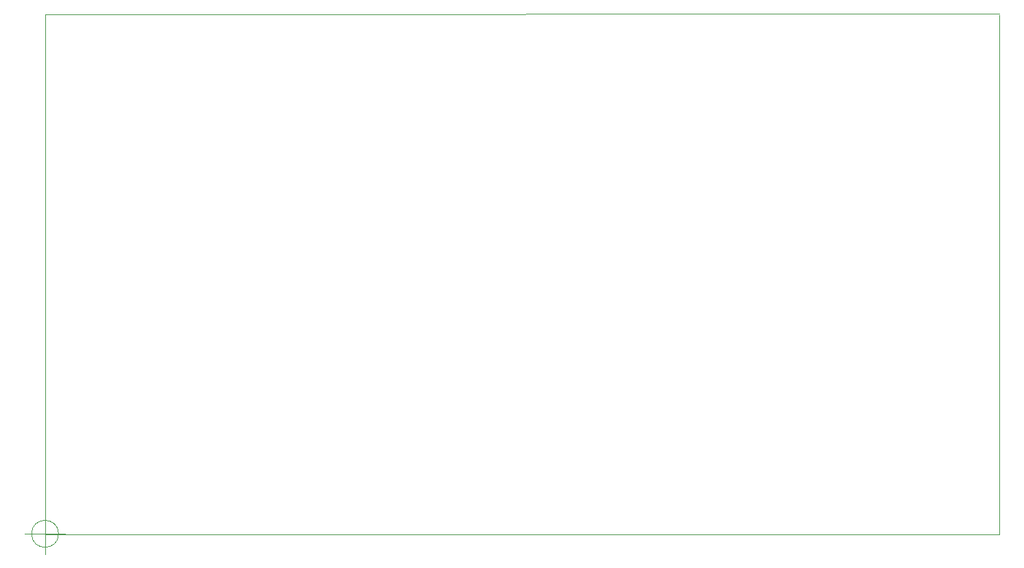
<source format=gbr>
%TF.GenerationSoftware,KiCad,Pcbnew,6.0.2+dfsg-1*%
%TF.CreationDate,2023-01-30T12:45:33-05:00*%
%TF.ProjectId,atx-power-fixture,6174782d-706f-4776-9572-2d6669787475,rev?*%
%TF.SameCoordinates,Original*%
%TF.FileFunction,Profile,NP*%
%FSLAX46Y46*%
G04 Gerber Fmt 4.6, Leading zero omitted, Abs format (unit mm)*
G04 Created by KiCad (PCBNEW 6.0.2+dfsg-1) date 2023-01-30 12:45:33*
%MOMM*%
%LPD*%
G01*
G04 APERTURE LIST*
%TA.AperFunction,Profile*%
%ADD10C,0.100000*%
%TD*%
G04 APERTURE END LIST*
D10*
X204200000Y-116100000D02*
X86400000Y-116100000D01*
X86400000Y-116100000D02*
X86400000Y-51800000D01*
X204200000Y-51900000D02*
X204200000Y-116100000D01*
X86400000Y-51800000D02*
X204200000Y-51700000D01*
X88066666Y-116000000D02*
G75*
G03*
X88066666Y-116000000I-1666666J0D01*
G01*
X83900000Y-116000000D02*
X88900000Y-116000000D01*
X86400000Y-113500000D02*
X86400000Y-118500000D01*
X88066666Y-116000000D02*
G75*
G03*
X88066666Y-116000000I-1666666J0D01*
G01*
X83900000Y-116000000D02*
X88900000Y-116000000D01*
X86400000Y-113500000D02*
X86400000Y-118500000D01*
M02*

</source>
